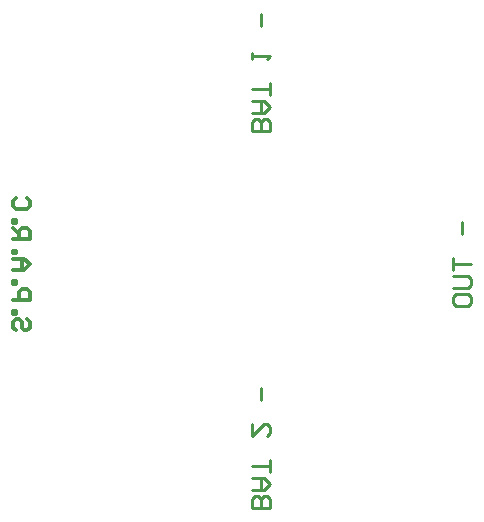
<source format=gbo>
G04*
G04 #@! TF.GenerationSoftware,Altium Limited,Altium Designer,24.9.1 (31)*
G04*
G04 Layer_Color=32896*
%FSLAX44Y44*%
%MOMM*%
G71*
G04*
G04 #@! TF.SameCoordinates,8590F6A5-7837-48F7-9A02-AE0D2931B4B9*
G04*
G04*
G04 #@! TF.FilePolarity,Positive*
G04*
G01*
G75*
%ADD14C,0.2540*%
%ADD63C,0.3000*%
D14*
X892307Y787659D02*
Y782581D01*
X894846Y780042D01*
X905003D01*
X907542Y782581D01*
Y787659D01*
X905003Y790198D01*
X894846D01*
X892307Y787659D01*
Y795277D02*
X905003D01*
X907542Y797816D01*
Y802894D01*
X905003Y805433D01*
X892307D01*
Y810512D02*
Y820668D01*
Y815590D01*
X907542D01*
X899924Y840982D02*
Y851139D01*
X737357Y609236D02*
X722122D01*
Y616854D01*
X724661Y619393D01*
X727200D01*
X729740Y616854D01*
Y609236D01*
Y616854D01*
X732279Y619393D01*
X734818D01*
X737357Y616854D01*
Y609236D01*
X722122Y624472D02*
X732279D01*
X737357Y629550D01*
X732279Y634628D01*
X722122D01*
X729740D01*
Y624472D01*
X737357Y639706D02*
Y649863D01*
Y644785D01*
X722122D01*
Y680333D02*
Y670177D01*
X732279Y680333D01*
X734818D01*
X737357Y677794D01*
Y672716D01*
X734818Y670177D01*
X729740Y700647D02*
Y710804D01*
X737357Y928386D02*
X722122D01*
Y936004D01*
X724661Y938543D01*
X727200D01*
X729740Y936004D01*
Y928386D01*
Y936004D01*
X732279Y938543D01*
X734818D01*
X737357Y936004D01*
Y928386D01*
X722122Y943621D02*
X732279D01*
X737357Y948699D01*
X732279Y953778D01*
X722122D01*
X729740D01*
Y943621D01*
X737357Y958856D02*
Y969013D01*
Y963934D01*
X722122D01*
Y989326D02*
Y994405D01*
Y991865D01*
X737357D01*
X734818Y989326D01*
X729740Y1017257D02*
Y1027414D01*
D63*
X531426Y768996D02*
X533759Y766664D01*
Y761999D01*
X531426Y759666D01*
X529093D01*
X526761Y761999D01*
Y766664D01*
X524428Y768996D01*
X522096D01*
X519763Y766664D01*
Y761999D01*
X522096Y759666D01*
X519763Y773661D02*
X522096D01*
Y775994D01*
X519763D01*
Y773661D01*
Y785324D02*
X533759D01*
Y792322D01*
X531426Y794655D01*
X526761D01*
X524428Y792322D01*
Y785324D01*
X519763Y799320D02*
X522096D01*
Y801652D01*
X519763D01*
Y799320D01*
Y810983D02*
X529093D01*
X533759Y815648D01*
X529093Y820313D01*
X519763D01*
X526761D01*
Y810983D01*
X519763Y824978D02*
X522096D01*
Y827311D01*
X519763D01*
Y824978D01*
Y836641D02*
X533759D01*
Y843639D01*
X531426Y845971D01*
X526761D01*
X524428Y843639D01*
Y836641D01*
Y841306D02*
X519763Y845971D01*
Y850637D02*
X522096D01*
Y852969D01*
X519763D01*
Y850637D01*
X531426Y871630D02*
X533759Y869297D01*
Y864632D01*
X531426Y862299D01*
X522096D01*
X519763Y864632D01*
Y869297D01*
X522096Y871630D01*
M02*

</source>
